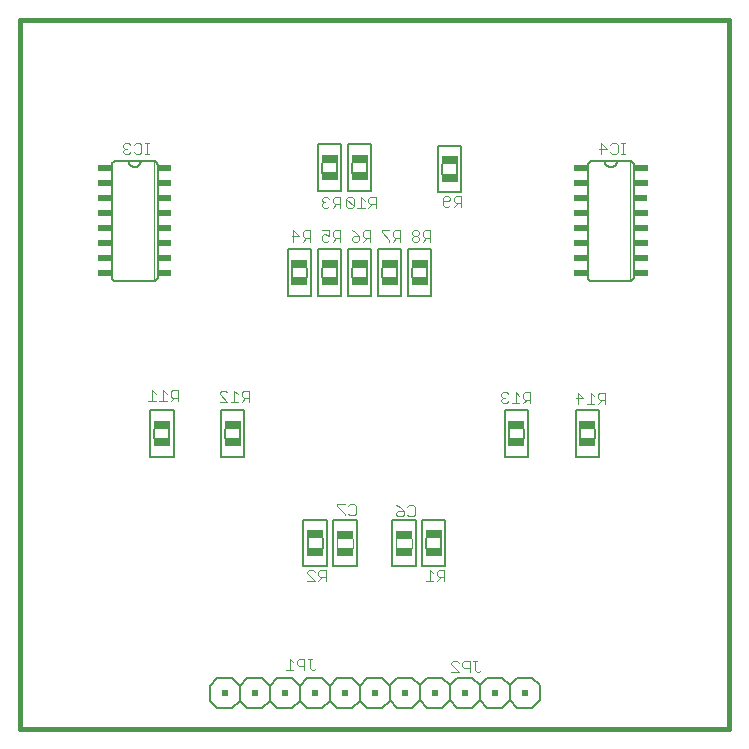
<source format=gbo>
G75*
%MOIN*%
%OFA0B0*%
%FSLAX25Y25*%
%IPPOS*%
%LPD*%
%AMOC8*
5,1,8,0,0,1.08239X$1,22.5*
%
%ADD10C,0.01600*%
%ADD11C,0.00400*%
%ADD12R,0.05709X0.02953*%
%ADD13C,0.00500*%
%ADD14C,0.00300*%
%ADD15C,0.00600*%
%ADD16C,0.00200*%
%ADD17R,0.04500X0.02000*%
%ADD18R,0.05512X0.02559*%
%ADD19R,0.02000X0.02000*%
D10*
X0001800Y0001800D02*
X0001800Y0238020D01*
X0238020Y0238020D01*
X0238020Y0001800D01*
X0001800Y0001800D01*
D11*
X0090467Y0021511D02*
X0092869Y0021511D01*
X0091668Y0021511D02*
X0091668Y0025114D01*
X0092869Y0023913D01*
X0094150Y0024514D02*
X0094150Y0023313D01*
X0094750Y0022712D01*
X0096552Y0022712D01*
X0096552Y0021511D02*
X0096552Y0025114D01*
X0094750Y0025114D01*
X0094150Y0024514D01*
X0097833Y0025114D02*
X0099034Y0025114D01*
X0098433Y0025114D02*
X0098433Y0022112D01*
X0099034Y0021511D01*
X0099634Y0021511D01*
X0100235Y0022112D01*
X0107469Y0062170D02*
X0107469Y0065170D01*
X0112666Y0065072D02*
X0112666Y0062170D01*
X0127154Y0062170D02*
X0127154Y0065170D01*
X0132351Y0065072D02*
X0132351Y0062170D01*
X0146097Y0024464D02*
X0147298Y0024464D01*
X0147898Y0023864D01*
X0149179Y0023864D02*
X0149780Y0024464D01*
X0151581Y0024464D01*
X0151581Y0020861D01*
X0151581Y0022062D02*
X0149780Y0022062D01*
X0149179Y0022663D01*
X0149179Y0023864D01*
X0147898Y0020861D02*
X0145496Y0023263D01*
X0145496Y0023864D01*
X0146097Y0024464D01*
X0145496Y0020861D02*
X0147898Y0020861D01*
X0153463Y0021462D02*
X0153463Y0024464D01*
X0154063Y0024464D02*
X0152862Y0024464D01*
X0153463Y0021462D02*
X0154063Y0020861D01*
X0154664Y0020861D01*
X0155264Y0021462D01*
X0195421Y0193291D02*
X0195421Y0196894D01*
X0197223Y0195093D01*
X0194821Y0195093D01*
X0198504Y0196294D02*
X0199104Y0196894D01*
X0200305Y0196894D01*
X0200906Y0196294D01*
X0200906Y0193892D01*
X0200305Y0193291D01*
X0199104Y0193291D01*
X0198504Y0193892D01*
X0202160Y0193291D02*
X0203361Y0193291D01*
X0202761Y0193291D02*
X0202761Y0196894D01*
X0203361Y0196894D02*
X0202160Y0196894D01*
X0044641Y0196894D02*
X0043440Y0196894D01*
X0044040Y0196894D02*
X0044040Y0193291D01*
X0043440Y0193291D02*
X0044641Y0193291D01*
X0042185Y0193892D02*
X0042185Y0196294D01*
X0041585Y0196894D01*
X0040384Y0196894D01*
X0039783Y0196294D01*
X0038502Y0196294D02*
X0037902Y0196894D01*
X0036701Y0196894D01*
X0036100Y0196294D01*
X0036100Y0195693D01*
X0036701Y0195093D01*
X0036100Y0194492D01*
X0036100Y0193892D01*
X0036701Y0193291D01*
X0037902Y0193291D01*
X0038502Y0193892D01*
X0039783Y0193892D02*
X0040384Y0193291D01*
X0041585Y0193291D01*
X0042185Y0193892D01*
X0037301Y0195093D02*
X0036701Y0195093D01*
D12*
X0110063Y0066494D03*
X0110063Y0060794D03*
X0129748Y0060794D03*
X0129748Y0066494D03*
D13*
X0125883Y0071438D02*
X0133623Y0071438D01*
X0133623Y0055902D01*
X0125883Y0055902D01*
X0125883Y0071438D01*
X0135755Y0071438D02*
X0143495Y0071438D01*
X0143495Y0055902D01*
X0135755Y0055902D01*
X0135755Y0071438D01*
X0113938Y0071438D02*
X0113938Y0055902D01*
X0106198Y0055902D01*
X0106198Y0071438D01*
X0113938Y0071438D01*
X0103938Y0071438D02*
X0096198Y0071438D01*
X0096198Y0055902D01*
X0103938Y0055902D01*
X0103938Y0071438D01*
X0076536Y0092457D02*
X0076536Y0107993D01*
X0068796Y0107993D01*
X0068796Y0092457D01*
X0076536Y0092457D01*
X0052914Y0092457D02*
X0052914Y0107993D01*
X0045174Y0107993D01*
X0045174Y0092457D01*
X0052914Y0092457D01*
X0091011Y0146109D02*
X0098751Y0146109D01*
X0098751Y0161644D01*
X0091011Y0161644D01*
X0091011Y0146109D01*
X0101040Y0146109D02*
X0108780Y0146109D01*
X0108780Y0161644D01*
X0101040Y0161644D01*
X0101040Y0146109D01*
X0111060Y0146109D02*
X0118800Y0146109D01*
X0118800Y0161644D01*
X0111060Y0161644D01*
X0111060Y0146109D01*
X0121040Y0146109D02*
X0128780Y0146109D01*
X0128780Y0161644D01*
X0121040Y0161644D01*
X0121040Y0146109D01*
X0131040Y0146109D02*
X0138780Y0146109D01*
X0138780Y0161644D01*
X0131040Y0161644D01*
X0131040Y0146109D01*
X0141040Y0180646D02*
X0148780Y0180646D01*
X0148780Y0196182D01*
X0141040Y0196182D01*
X0141040Y0180646D01*
X0118780Y0181040D02*
X0111040Y0181040D01*
X0111040Y0196576D01*
X0118780Y0196576D01*
X0118780Y0181040D01*
X0108780Y0181040D02*
X0101040Y0181040D01*
X0101040Y0196576D01*
X0108780Y0196576D01*
X0108780Y0181040D01*
X0163284Y0107993D02*
X0171024Y0107993D01*
X0171024Y0092457D01*
X0163284Y0092457D01*
X0163284Y0107993D01*
X0186906Y0107993D02*
X0186906Y0092457D01*
X0194646Y0092457D01*
X0194646Y0107993D01*
X0186906Y0107993D01*
D14*
X0187652Y0110176D02*
X0187652Y0113880D01*
X0189503Y0112028D01*
X0187035Y0112028D01*
X0190718Y0110176D02*
X0193186Y0110176D01*
X0194401Y0110176D02*
X0195635Y0111411D01*
X0195018Y0111411D02*
X0196870Y0111411D01*
X0196870Y0110176D02*
X0196870Y0113880D01*
X0195018Y0113880D01*
X0194401Y0113262D01*
X0194401Y0112028D01*
X0195018Y0111411D01*
X0193186Y0112645D02*
X0191952Y0113880D01*
X0191952Y0110176D01*
X0171870Y0110304D02*
X0171870Y0114007D01*
X0170018Y0114007D01*
X0169401Y0113390D01*
X0169401Y0112156D01*
X0170018Y0111539D01*
X0171870Y0111539D01*
X0170635Y0111539D02*
X0169401Y0110304D01*
X0168186Y0110304D02*
X0165718Y0110304D01*
X0166952Y0110304D02*
X0166952Y0114007D01*
X0168186Y0112773D01*
X0164503Y0113390D02*
X0163886Y0114007D01*
X0162652Y0114007D01*
X0162035Y0113390D01*
X0162035Y0112773D01*
X0162652Y0112156D01*
X0162035Y0111539D01*
X0162035Y0110922D01*
X0162652Y0110304D01*
X0163886Y0110304D01*
X0164503Y0110922D01*
X0163269Y0112156D02*
X0162652Y0112156D01*
X0132669Y0076291D02*
X0131434Y0076291D01*
X0130817Y0075674D01*
X0129603Y0074439D02*
X0127751Y0074439D01*
X0127134Y0073822D01*
X0127134Y0073205D01*
X0127751Y0072588D01*
X0128986Y0072588D01*
X0129603Y0073205D01*
X0129603Y0074439D01*
X0128368Y0075674D01*
X0127134Y0076291D01*
X0130817Y0073205D02*
X0131434Y0072588D01*
X0132669Y0072588D01*
X0133286Y0073205D01*
X0133286Y0075674D01*
X0132669Y0076291D01*
X0113601Y0075989D02*
X0113601Y0073520D01*
X0112984Y0072903D01*
X0111749Y0072903D01*
X0111132Y0073520D01*
X0109918Y0073520D02*
X0109918Y0072903D01*
X0109918Y0073520D02*
X0107449Y0075989D01*
X0107449Y0076606D01*
X0109918Y0076606D01*
X0111132Y0075989D02*
X0111749Y0076606D01*
X0112984Y0076606D01*
X0113601Y0075989D01*
X0103601Y0054834D02*
X0101749Y0054834D01*
X0101132Y0054217D01*
X0101132Y0052983D01*
X0101749Y0052365D01*
X0103601Y0052365D01*
X0103601Y0051131D02*
X0103601Y0054834D01*
X0102366Y0052365D02*
X0101132Y0051131D01*
X0099918Y0051131D02*
X0097449Y0053600D01*
X0097449Y0054217D01*
X0098066Y0054834D01*
X0099301Y0054834D01*
X0099918Y0054217D01*
X0099918Y0051131D02*
X0097449Y0051131D01*
X0137006Y0051131D02*
X0139475Y0051131D01*
X0140689Y0051131D02*
X0141924Y0052365D01*
X0141306Y0052365D02*
X0143158Y0052365D01*
X0143158Y0051131D02*
X0143158Y0054834D01*
X0141306Y0054834D01*
X0140689Y0054217D01*
X0140689Y0052983D01*
X0141306Y0052365D01*
X0139475Y0053600D02*
X0138240Y0054834D01*
X0138240Y0051131D01*
X0078120Y0110816D02*
X0078120Y0114519D01*
X0076268Y0114519D01*
X0075651Y0113902D01*
X0075651Y0112668D01*
X0076268Y0112051D01*
X0078120Y0112051D01*
X0076885Y0112051D02*
X0075651Y0110816D01*
X0074436Y0110816D02*
X0071968Y0110816D01*
X0070753Y0110816D02*
X0068285Y0113285D01*
X0068285Y0113902D01*
X0068902Y0114519D01*
X0070136Y0114519D01*
X0070753Y0113902D01*
X0073202Y0114519D02*
X0073202Y0110816D01*
X0070753Y0110816D02*
X0068285Y0110816D01*
X0073202Y0114519D02*
X0074436Y0113285D01*
X0054370Y0112178D02*
X0052518Y0112178D01*
X0051901Y0112796D01*
X0051901Y0114030D01*
X0052518Y0114647D01*
X0054370Y0114647D01*
X0054370Y0110944D01*
X0053135Y0112178D02*
X0051901Y0110944D01*
X0050686Y0110944D02*
X0048218Y0110944D01*
X0047003Y0110944D02*
X0044535Y0110944D01*
X0045769Y0110944D02*
X0045769Y0114647D01*
X0047003Y0113413D01*
X0049452Y0114647D02*
X0049452Y0110944D01*
X0050686Y0113413D02*
X0049452Y0114647D01*
X0092879Y0164202D02*
X0092879Y0167905D01*
X0094731Y0166054D01*
X0092262Y0166054D01*
X0095945Y0166054D02*
X0096562Y0165436D01*
X0098414Y0165436D01*
X0098414Y0164202D02*
X0098414Y0167905D01*
X0096562Y0167905D01*
X0095945Y0167288D01*
X0095945Y0166054D01*
X0097179Y0165436D02*
X0095945Y0164202D01*
X0102291Y0164819D02*
X0102909Y0164202D01*
X0104143Y0164202D01*
X0104760Y0164819D01*
X0104760Y0166054D02*
X0103526Y0166671D01*
X0102909Y0166671D01*
X0102291Y0166054D01*
X0102291Y0164819D01*
X0104760Y0166054D02*
X0104760Y0167905D01*
X0102291Y0167905D01*
X0105975Y0167288D02*
X0105975Y0166054D01*
X0106592Y0165436D01*
X0108443Y0165436D01*
X0107209Y0165436D02*
X0105975Y0164202D01*
X0108443Y0164202D02*
X0108443Y0167905D01*
X0106592Y0167905D01*
X0105975Y0167288D01*
X0112311Y0167905D02*
X0113546Y0167288D01*
X0114780Y0166054D01*
X0112928Y0166054D01*
X0112311Y0165436D01*
X0112311Y0164819D01*
X0112928Y0164202D01*
X0114163Y0164202D01*
X0114780Y0164819D01*
X0114780Y0166054D01*
X0115994Y0166054D02*
X0116611Y0165436D01*
X0118463Y0165436D01*
X0118463Y0164202D02*
X0118463Y0167905D01*
X0116611Y0167905D01*
X0115994Y0167288D01*
X0115994Y0166054D01*
X0117229Y0165436D02*
X0115994Y0164202D01*
X0122291Y0167288D02*
X0122291Y0167905D01*
X0124760Y0167905D01*
X0125975Y0167288D02*
X0126592Y0167905D01*
X0128443Y0167905D01*
X0128443Y0164202D01*
X0128443Y0165436D02*
X0126592Y0165436D01*
X0125975Y0166054D01*
X0125975Y0167288D01*
X0127209Y0165436D02*
X0125975Y0164202D01*
X0124760Y0164202D02*
X0124760Y0164819D01*
X0122291Y0167288D01*
X0120285Y0175383D02*
X0120285Y0179086D01*
X0118433Y0179086D01*
X0117816Y0178469D01*
X0117816Y0177235D01*
X0118433Y0176617D01*
X0120285Y0176617D01*
X0119051Y0176617D02*
X0117816Y0175383D01*
X0116602Y0175383D02*
X0114133Y0175383D01*
X0115367Y0175383D02*
X0115367Y0179086D01*
X0116602Y0177852D01*
X0112919Y0178469D02*
X0112919Y0176000D01*
X0110450Y0178469D01*
X0110450Y0176000D01*
X0111067Y0175383D01*
X0112301Y0175383D01*
X0112919Y0176000D01*
X0112919Y0178469D02*
X0112301Y0179086D01*
X0111067Y0179086D01*
X0110450Y0178469D01*
X0108443Y0179086D02*
X0108443Y0175383D01*
X0108443Y0176617D02*
X0106592Y0176617D01*
X0105975Y0177235D01*
X0105975Y0178469D01*
X0106592Y0179086D01*
X0108443Y0179086D01*
X0107209Y0176617D02*
X0105975Y0175383D01*
X0104760Y0176000D02*
X0104143Y0175383D01*
X0102909Y0175383D01*
X0102291Y0176000D01*
X0102291Y0176617D01*
X0102909Y0177235D01*
X0103526Y0177235D01*
X0102909Y0177235D02*
X0102291Y0177852D01*
X0102291Y0178469D01*
X0102909Y0179086D01*
X0104143Y0179086D01*
X0104760Y0178469D01*
X0132291Y0167288D02*
X0132291Y0166671D01*
X0132909Y0166054D01*
X0134143Y0166054D01*
X0134760Y0166671D01*
X0134760Y0167288D01*
X0134143Y0167905D01*
X0132909Y0167905D01*
X0132291Y0167288D01*
X0132909Y0166054D02*
X0132291Y0165436D01*
X0132291Y0164819D01*
X0132909Y0164202D01*
X0134143Y0164202D01*
X0134760Y0164819D01*
X0134760Y0165436D01*
X0134143Y0166054D01*
X0135975Y0166054D02*
X0136592Y0165436D01*
X0138443Y0165436D01*
X0137209Y0165436D02*
X0135975Y0164202D01*
X0135975Y0166054D02*
X0135975Y0167288D01*
X0136592Y0167905D01*
X0138443Y0167905D01*
X0138443Y0164202D01*
X0143300Y0175739D02*
X0142683Y0176357D01*
X0142683Y0178825D01*
X0143300Y0179443D01*
X0144535Y0179443D01*
X0145152Y0178825D01*
X0145152Y0178208D01*
X0144535Y0177591D01*
X0142683Y0177591D01*
X0143300Y0175739D02*
X0144535Y0175739D01*
X0145152Y0176357D01*
X0146366Y0175739D02*
X0147601Y0176974D01*
X0146983Y0176974D02*
X0148835Y0176974D01*
X0148835Y0175739D02*
X0148835Y0179443D01*
X0146983Y0179443D01*
X0146366Y0178825D01*
X0146366Y0177591D01*
X0146983Y0176974D01*
D15*
X0147410Y0186800D02*
X0147410Y0190028D01*
X0142410Y0190028D02*
X0142410Y0186800D01*
X0117410Y0187194D02*
X0117410Y0190422D01*
X0112410Y0190422D02*
X0112410Y0187194D01*
X0107410Y0187194D02*
X0107410Y0190422D01*
X0102410Y0190422D02*
X0102410Y0187194D01*
X0102410Y0155491D02*
X0102410Y0152263D01*
X0107410Y0152263D02*
X0107410Y0155491D01*
X0112430Y0155491D02*
X0112430Y0152263D01*
X0117430Y0152263D02*
X0117430Y0155491D01*
X0122410Y0155491D02*
X0122410Y0152263D01*
X0127410Y0152263D02*
X0127410Y0155491D01*
X0132410Y0155491D02*
X0132410Y0152263D01*
X0137410Y0152263D02*
X0137410Y0155491D01*
X0097381Y0155491D02*
X0097381Y0152263D01*
X0092381Y0152263D02*
X0092381Y0155491D01*
X0047630Y0152591D02*
X0047630Y0189591D01*
X0047628Y0189667D01*
X0047622Y0189743D01*
X0047613Y0189818D01*
X0047599Y0189893D01*
X0047582Y0189967D01*
X0047561Y0190040D01*
X0047537Y0190112D01*
X0047508Y0190183D01*
X0047477Y0190252D01*
X0047442Y0190319D01*
X0047403Y0190384D01*
X0047361Y0190448D01*
X0047316Y0190509D01*
X0047268Y0190568D01*
X0047217Y0190624D01*
X0047163Y0190678D01*
X0047107Y0190729D01*
X0047048Y0190777D01*
X0046987Y0190822D01*
X0046923Y0190864D01*
X0046858Y0190903D01*
X0046791Y0190938D01*
X0046722Y0190969D01*
X0046651Y0190998D01*
X0046579Y0191022D01*
X0046506Y0191043D01*
X0046432Y0191060D01*
X0046357Y0191074D01*
X0046282Y0191083D01*
X0046206Y0191089D01*
X0046130Y0191091D01*
X0041930Y0191091D01*
X0037930Y0191091D01*
X0033730Y0191091D01*
X0033654Y0191089D01*
X0033578Y0191083D01*
X0033503Y0191074D01*
X0033428Y0191060D01*
X0033354Y0191043D01*
X0033281Y0191022D01*
X0033209Y0190998D01*
X0033138Y0190969D01*
X0033069Y0190938D01*
X0033002Y0190903D01*
X0032937Y0190864D01*
X0032873Y0190822D01*
X0032812Y0190777D01*
X0032753Y0190729D01*
X0032697Y0190678D01*
X0032643Y0190624D01*
X0032592Y0190568D01*
X0032544Y0190509D01*
X0032499Y0190448D01*
X0032457Y0190384D01*
X0032418Y0190319D01*
X0032383Y0190252D01*
X0032352Y0190183D01*
X0032323Y0190112D01*
X0032299Y0190040D01*
X0032278Y0189967D01*
X0032261Y0189893D01*
X0032247Y0189818D01*
X0032238Y0189743D01*
X0032232Y0189667D01*
X0032230Y0189591D01*
X0032230Y0152591D01*
X0032232Y0152515D01*
X0032238Y0152439D01*
X0032247Y0152364D01*
X0032261Y0152289D01*
X0032278Y0152215D01*
X0032299Y0152142D01*
X0032323Y0152070D01*
X0032352Y0151999D01*
X0032383Y0151930D01*
X0032418Y0151863D01*
X0032457Y0151798D01*
X0032499Y0151734D01*
X0032544Y0151673D01*
X0032592Y0151614D01*
X0032643Y0151558D01*
X0032697Y0151504D01*
X0032753Y0151453D01*
X0032812Y0151405D01*
X0032873Y0151360D01*
X0032937Y0151318D01*
X0033002Y0151279D01*
X0033069Y0151244D01*
X0033138Y0151213D01*
X0033209Y0151184D01*
X0033281Y0151160D01*
X0033354Y0151139D01*
X0033428Y0151122D01*
X0033503Y0151108D01*
X0033578Y0151099D01*
X0033654Y0151093D01*
X0033730Y0151091D01*
X0046130Y0151091D01*
X0046206Y0151093D01*
X0046282Y0151099D01*
X0046357Y0151108D01*
X0046432Y0151122D01*
X0046506Y0151139D01*
X0046579Y0151160D01*
X0046651Y0151184D01*
X0046722Y0151213D01*
X0046791Y0151244D01*
X0046858Y0151279D01*
X0046923Y0151318D01*
X0046987Y0151360D01*
X0047048Y0151405D01*
X0047107Y0151453D01*
X0047163Y0151504D01*
X0047217Y0151558D01*
X0047268Y0151614D01*
X0047316Y0151673D01*
X0047361Y0151734D01*
X0047403Y0151798D01*
X0047442Y0151863D01*
X0047477Y0151930D01*
X0047508Y0151999D01*
X0047537Y0152070D01*
X0047561Y0152142D01*
X0047582Y0152215D01*
X0047599Y0152289D01*
X0047613Y0152364D01*
X0047622Y0152439D01*
X0047628Y0152515D01*
X0047630Y0152591D01*
X0041930Y0191091D02*
X0041928Y0191003D01*
X0041922Y0190914D01*
X0041912Y0190826D01*
X0041899Y0190739D01*
X0041881Y0190652D01*
X0041860Y0190566D01*
X0041835Y0190481D01*
X0041806Y0190398D01*
X0041773Y0190315D01*
X0041737Y0190235D01*
X0041698Y0190156D01*
X0041655Y0190078D01*
X0041608Y0190003D01*
X0041558Y0189930D01*
X0041505Y0189859D01*
X0041449Y0189790D01*
X0041390Y0189724D01*
X0041328Y0189661D01*
X0041264Y0189601D01*
X0041197Y0189543D01*
X0041127Y0189489D01*
X0041055Y0189437D01*
X0040981Y0189389D01*
X0040904Y0189344D01*
X0040826Y0189303D01*
X0040746Y0189265D01*
X0040665Y0189231D01*
X0040582Y0189200D01*
X0040497Y0189173D01*
X0040412Y0189150D01*
X0040326Y0189131D01*
X0040238Y0189115D01*
X0040151Y0189103D01*
X0040063Y0189095D01*
X0039974Y0189091D01*
X0039886Y0189091D01*
X0039797Y0189095D01*
X0039709Y0189103D01*
X0039622Y0189115D01*
X0039534Y0189131D01*
X0039448Y0189150D01*
X0039363Y0189173D01*
X0039278Y0189200D01*
X0039195Y0189231D01*
X0039114Y0189265D01*
X0039034Y0189303D01*
X0038956Y0189344D01*
X0038879Y0189389D01*
X0038805Y0189437D01*
X0038733Y0189489D01*
X0038663Y0189543D01*
X0038596Y0189601D01*
X0038532Y0189661D01*
X0038470Y0189724D01*
X0038411Y0189790D01*
X0038355Y0189859D01*
X0038302Y0189930D01*
X0038252Y0190003D01*
X0038205Y0190078D01*
X0038162Y0190156D01*
X0038123Y0190235D01*
X0038087Y0190315D01*
X0038054Y0190398D01*
X0038025Y0190481D01*
X0038000Y0190566D01*
X0037979Y0190652D01*
X0037961Y0190739D01*
X0037948Y0190826D01*
X0037938Y0190914D01*
X0037932Y0191003D01*
X0037930Y0191091D01*
X0046544Y0101839D02*
X0046544Y0098611D01*
X0051544Y0098611D02*
X0051544Y0101839D01*
X0070166Y0101839D02*
X0070166Y0098611D01*
X0075166Y0098611D02*
X0075166Y0101839D01*
X0097568Y0065284D02*
X0097568Y0062056D01*
X0102568Y0062056D02*
X0102568Y0065284D01*
X0137125Y0065284D02*
X0137125Y0062056D01*
X0142125Y0062056D02*
X0142125Y0065284D01*
X0164654Y0098611D02*
X0164654Y0101839D01*
X0169654Y0101839D02*
X0169654Y0098611D01*
X0188276Y0098611D02*
X0188276Y0101839D01*
X0193276Y0101839D02*
X0193276Y0098611D01*
X0192450Y0151091D02*
X0204850Y0151091D01*
X0204926Y0151093D01*
X0205002Y0151099D01*
X0205077Y0151108D01*
X0205152Y0151122D01*
X0205226Y0151139D01*
X0205299Y0151160D01*
X0205371Y0151184D01*
X0205442Y0151213D01*
X0205511Y0151244D01*
X0205578Y0151279D01*
X0205643Y0151318D01*
X0205707Y0151360D01*
X0205768Y0151405D01*
X0205827Y0151453D01*
X0205883Y0151504D01*
X0205937Y0151558D01*
X0205988Y0151614D01*
X0206036Y0151673D01*
X0206081Y0151734D01*
X0206123Y0151798D01*
X0206162Y0151863D01*
X0206197Y0151930D01*
X0206228Y0151999D01*
X0206257Y0152070D01*
X0206281Y0152142D01*
X0206302Y0152215D01*
X0206319Y0152289D01*
X0206333Y0152364D01*
X0206342Y0152439D01*
X0206348Y0152515D01*
X0206350Y0152591D01*
X0206350Y0189591D01*
X0206348Y0189667D01*
X0206342Y0189743D01*
X0206333Y0189818D01*
X0206319Y0189893D01*
X0206302Y0189967D01*
X0206281Y0190040D01*
X0206257Y0190112D01*
X0206228Y0190183D01*
X0206197Y0190252D01*
X0206162Y0190319D01*
X0206123Y0190384D01*
X0206081Y0190448D01*
X0206036Y0190509D01*
X0205988Y0190568D01*
X0205937Y0190624D01*
X0205883Y0190678D01*
X0205827Y0190729D01*
X0205768Y0190777D01*
X0205707Y0190822D01*
X0205643Y0190864D01*
X0205578Y0190903D01*
X0205511Y0190938D01*
X0205442Y0190969D01*
X0205371Y0190998D01*
X0205299Y0191022D01*
X0205226Y0191043D01*
X0205152Y0191060D01*
X0205077Y0191074D01*
X0205002Y0191083D01*
X0204926Y0191089D01*
X0204850Y0191091D01*
X0200650Y0191091D01*
X0196650Y0191091D01*
X0192450Y0191091D01*
X0192374Y0191089D01*
X0192298Y0191083D01*
X0192223Y0191074D01*
X0192148Y0191060D01*
X0192074Y0191043D01*
X0192001Y0191022D01*
X0191929Y0190998D01*
X0191858Y0190969D01*
X0191789Y0190938D01*
X0191722Y0190903D01*
X0191657Y0190864D01*
X0191593Y0190822D01*
X0191532Y0190777D01*
X0191473Y0190729D01*
X0191417Y0190678D01*
X0191363Y0190624D01*
X0191312Y0190568D01*
X0191264Y0190509D01*
X0191219Y0190448D01*
X0191177Y0190384D01*
X0191138Y0190319D01*
X0191103Y0190252D01*
X0191072Y0190183D01*
X0191043Y0190112D01*
X0191019Y0190040D01*
X0190998Y0189967D01*
X0190981Y0189893D01*
X0190967Y0189818D01*
X0190958Y0189743D01*
X0190952Y0189667D01*
X0190950Y0189591D01*
X0190950Y0152591D01*
X0190952Y0152515D01*
X0190958Y0152439D01*
X0190967Y0152364D01*
X0190981Y0152289D01*
X0190998Y0152215D01*
X0191019Y0152142D01*
X0191043Y0152070D01*
X0191072Y0151999D01*
X0191103Y0151930D01*
X0191138Y0151863D01*
X0191177Y0151798D01*
X0191219Y0151734D01*
X0191264Y0151673D01*
X0191312Y0151614D01*
X0191363Y0151558D01*
X0191417Y0151504D01*
X0191473Y0151453D01*
X0191532Y0151405D01*
X0191593Y0151360D01*
X0191657Y0151318D01*
X0191722Y0151279D01*
X0191789Y0151244D01*
X0191858Y0151213D01*
X0191929Y0151184D01*
X0192001Y0151160D01*
X0192074Y0151139D01*
X0192148Y0151122D01*
X0192223Y0151108D01*
X0192298Y0151099D01*
X0192374Y0151093D01*
X0192450Y0151091D01*
X0196650Y0191091D02*
X0196652Y0191003D01*
X0196658Y0190914D01*
X0196668Y0190826D01*
X0196681Y0190739D01*
X0196699Y0190652D01*
X0196720Y0190566D01*
X0196745Y0190481D01*
X0196774Y0190398D01*
X0196807Y0190315D01*
X0196843Y0190235D01*
X0196882Y0190156D01*
X0196925Y0190078D01*
X0196972Y0190003D01*
X0197022Y0189930D01*
X0197075Y0189859D01*
X0197131Y0189790D01*
X0197190Y0189724D01*
X0197252Y0189661D01*
X0197316Y0189601D01*
X0197383Y0189543D01*
X0197453Y0189489D01*
X0197525Y0189437D01*
X0197599Y0189389D01*
X0197676Y0189344D01*
X0197754Y0189303D01*
X0197834Y0189265D01*
X0197915Y0189231D01*
X0197998Y0189200D01*
X0198083Y0189173D01*
X0198168Y0189150D01*
X0198254Y0189131D01*
X0198342Y0189115D01*
X0198429Y0189103D01*
X0198517Y0189095D01*
X0198606Y0189091D01*
X0198694Y0189091D01*
X0198783Y0189095D01*
X0198871Y0189103D01*
X0198958Y0189115D01*
X0199046Y0189131D01*
X0199132Y0189150D01*
X0199217Y0189173D01*
X0199302Y0189200D01*
X0199385Y0189231D01*
X0199466Y0189265D01*
X0199546Y0189303D01*
X0199624Y0189344D01*
X0199701Y0189389D01*
X0199775Y0189437D01*
X0199847Y0189489D01*
X0199917Y0189543D01*
X0199984Y0189601D01*
X0200048Y0189661D01*
X0200110Y0189724D01*
X0200169Y0189790D01*
X0200225Y0189859D01*
X0200278Y0189930D01*
X0200328Y0190003D01*
X0200375Y0190078D01*
X0200418Y0190156D01*
X0200457Y0190235D01*
X0200493Y0190315D01*
X0200526Y0190398D01*
X0200555Y0190481D01*
X0200580Y0190566D01*
X0200601Y0190652D01*
X0200619Y0190739D01*
X0200632Y0190826D01*
X0200642Y0190914D01*
X0200648Y0191003D01*
X0200650Y0191091D01*
X0172440Y0018739D02*
X0167440Y0018739D01*
X0164940Y0016239D01*
X0162440Y0018739D01*
X0157440Y0018739D01*
X0154940Y0016239D01*
X0154940Y0011239D01*
X0157440Y0008739D01*
X0162440Y0008739D01*
X0164940Y0011239D01*
X0167440Y0008739D01*
X0172440Y0008739D01*
X0174940Y0011239D01*
X0174940Y0016239D01*
X0172440Y0018739D01*
X0164940Y0016239D02*
X0164940Y0011239D01*
X0154940Y0011239D02*
X0152440Y0008739D01*
X0147440Y0008739D01*
X0144940Y0011239D01*
X0142440Y0008739D01*
X0137440Y0008739D01*
X0134940Y0011239D01*
X0132440Y0008739D01*
X0127440Y0008739D01*
X0124940Y0011239D01*
X0124940Y0016239D01*
X0127440Y0018739D01*
X0132440Y0018739D01*
X0134940Y0016239D01*
X0134940Y0011239D01*
X0134940Y0016239D02*
X0137440Y0018739D01*
X0142440Y0018739D01*
X0144940Y0016239D01*
X0144940Y0011239D01*
X0144940Y0016239D02*
X0147440Y0018739D01*
X0152440Y0018739D01*
X0154940Y0016239D01*
X0124910Y0016111D02*
X0124910Y0011111D01*
X0122410Y0008611D01*
X0117410Y0008611D01*
X0114910Y0011111D01*
X0112410Y0008611D01*
X0107410Y0008611D01*
X0104910Y0011111D01*
X0104910Y0016111D01*
X0107410Y0018611D01*
X0112410Y0018611D01*
X0114910Y0016111D01*
X0114910Y0011111D01*
X0114910Y0016111D02*
X0117410Y0018611D01*
X0122410Y0018611D01*
X0124910Y0016111D01*
X0104910Y0016111D02*
X0102410Y0018611D01*
X0097410Y0018611D01*
X0094910Y0016111D01*
X0092410Y0018611D01*
X0087410Y0018611D01*
X0084910Y0016111D01*
X0082410Y0018611D01*
X0077410Y0018611D01*
X0074910Y0016111D01*
X0072410Y0018611D01*
X0067410Y0018611D01*
X0064910Y0016111D01*
X0064910Y0011111D01*
X0067410Y0008611D01*
X0072410Y0008611D01*
X0074910Y0011111D01*
X0077410Y0008611D01*
X0082410Y0008611D01*
X0084910Y0011111D01*
X0087410Y0008611D01*
X0092410Y0008611D01*
X0094910Y0011111D01*
X0097410Y0008611D01*
X0102410Y0008611D01*
X0104910Y0011111D01*
X0094910Y0011111D02*
X0094910Y0016111D01*
X0084910Y0016111D02*
X0084910Y0011111D01*
X0074910Y0011111D02*
X0074910Y0016111D01*
D16*
X0046230Y0151091D02*
X0046230Y0191091D01*
X0204950Y0191091D02*
X0204950Y0151091D01*
D17*
X0208600Y0153591D03*
X0208600Y0158591D03*
X0208600Y0163591D03*
X0208600Y0168591D03*
X0208600Y0173591D03*
X0208500Y0178591D03*
X0208600Y0183591D03*
X0208600Y0188591D03*
X0188700Y0188591D03*
X0188700Y0183591D03*
X0188700Y0178591D03*
X0188700Y0173591D03*
X0188700Y0168591D03*
X0188700Y0163591D03*
X0188700Y0158591D03*
X0188700Y0153591D03*
X0049880Y0153591D03*
X0049880Y0158591D03*
X0049880Y0163591D03*
X0049880Y0168591D03*
X0049880Y0173591D03*
X0049780Y0178591D03*
X0049880Y0183591D03*
X0049880Y0188591D03*
X0029980Y0188591D03*
X0029980Y0183591D03*
X0029980Y0178591D03*
X0029980Y0173591D03*
X0029980Y0168591D03*
X0029980Y0163591D03*
X0029980Y0158591D03*
X0029980Y0153591D03*
D18*
X0049038Y0103146D03*
X0049038Y0097346D03*
X0072660Y0097346D03*
X0072660Y0103146D03*
X0100062Y0066591D03*
X0100062Y0060791D03*
X0139619Y0060791D03*
X0139619Y0066591D03*
X0167148Y0097346D03*
X0167148Y0103146D03*
X0190770Y0103146D03*
X0190770Y0097346D03*
X0134904Y0150997D03*
X0134904Y0156797D03*
X0124904Y0156797D03*
X0124904Y0150997D03*
X0114924Y0150997D03*
X0114924Y0156797D03*
X0104904Y0156797D03*
X0104904Y0150997D03*
X0094875Y0150997D03*
X0094875Y0156797D03*
X0104916Y0185887D03*
X0104916Y0191687D03*
X0114916Y0191687D03*
X0114916Y0185887D03*
X0144916Y0185494D03*
X0144916Y0191294D03*
D19*
X0139940Y0013739D03*
X0149940Y0013739D03*
X0159940Y0013739D03*
X0169940Y0013739D03*
X0129940Y0013739D03*
X0119910Y0013611D03*
X0109910Y0013611D03*
X0099910Y0013611D03*
X0089910Y0013611D03*
X0079910Y0013611D03*
X0069910Y0013611D03*
M02*

</source>
